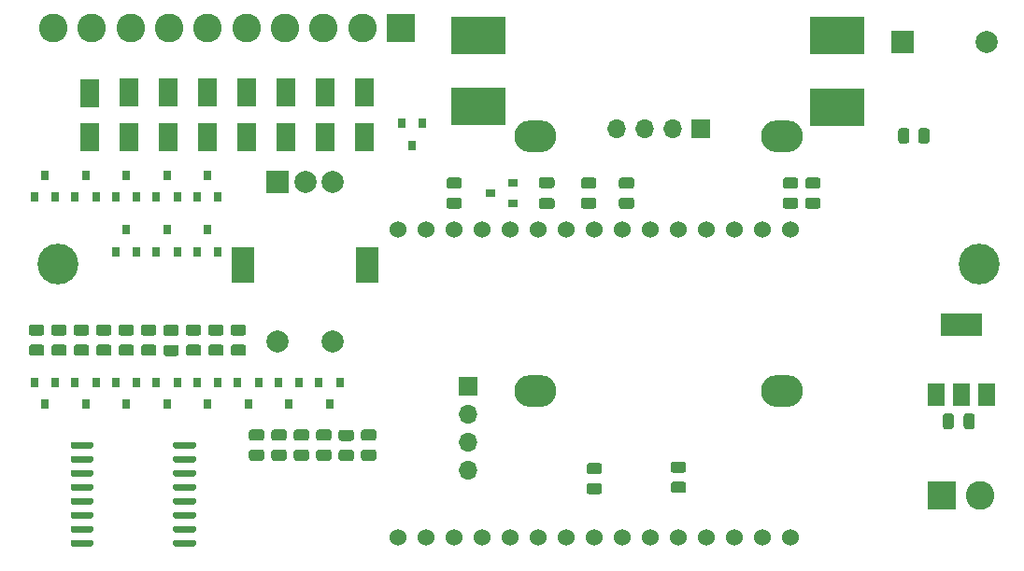
<source format=gts>
G04 #@! TF.GenerationSoftware,KiCad,Pcbnew,5.1.12-84ad8e8a86~92~ubuntu20.04.1*
G04 #@! TF.CreationDate,2022-02-11T20:38:02+01:00*
G04 #@! TF.ProjectId,ESPHome-Thermostat-pcb,45535048-6f6d-4652-9d54-6865726d6f73,2.0*
G04 #@! TF.SameCoordinates,Original*
G04 #@! TF.FileFunction,Soldermask,Top*
G04 #@! TF.FilePolarity,Negative*
%FSLAX46Y46*%
G04 Gerber Fmt 4.6, Leading zero omitted, Abs format (unit mm)*
G04 Created by KiCad (PCBNEW 5.1.12-84ad8e8a86~92~ubuntu20.04.1) date 2022-02-11 20:38:02*
%MOMM*%
%LPD*%
G01*
G04 APERTURE LIST*
%ADD10C,3.700000*%
%ADD11O,1.700000X1.700000*%
%ADD12R,1.700000X1.700000*%
%ADD13R,0.800000X0.900000*%
%ADD14C,2.600000*%
%ADD15R,2.600000X2.600000*%
%ADD16R,1.500000X2.000000*%
%ADD17R,3.800000X2.000000*%
%ADD18R,0.900000X0.800000*%
%ADD19R,1.800000X2.500000*%
%ADD20C,2.000000*%
%ADD21R,2.000000X2.000000*%
%ADD22R,5.000000X3.500000*%
%ADD23O,3.800000X2.900000*%
%ADD24C,1.524000*%
%ADD25R,2.000000X3.200000*%
G04 APERTURE END LIST*
D10*
X136750000Y-76500000D03*
X53250000Y-76500000D03*
D11*
X90424000Y-95250000D03*
X90424000Y-92710000D03*
X90424000Y-90170000D03*
D12*
X90424000Y-87630000D03*
G36*
G01*
X102304002Y-95612000D02*
X101403998Y-95612000D01*
G75*
G02*
X101154000Y-95362002I0J249998D01*
G01*
X101154000Y-94836998D01*
G75*
G02*
X101403998Y-94587000I249998J0D01*
G01*
X102304002Y-94587000D01*
G75*
G02*
X102554000Y-94836998I0J-249998D01*
G01*
X102554000Y-95362002D01*
G75*
G02*
X102304002Y-95612000I-249998J0D01*
G01*
G37*
G36*
G01*
X102304002Y-97437000D02*
X101403998Y-97437000D01*
G75*
G02*
X101154000Y-97187002I0J249998D01*
G01*
X101154000Y-96661998D01*
G75*
G02*
X101403998Y-96412000I249998J0D01*
G01*
X102304002Y-96412000D01*
G75*
G02*
X102554000Y-96661998I0J-249998D01*
G01*
X102554000Y-97187002D01*
G75*
G02*
X102304002Y-97437000I-249998J0D01*
G01*
G37*
G36*
G01*
X109023998Y-96285000D02*
X109924002Y-96285000D01*
G75*
G02*
X110174000Y-96534998I0J-249998D01*
G01*
X110174000Y-97060002D01*
G75*
G02*
X109924002Y-97310000I-249998J0D01*
G01*
X109023998Y-97310000D01*
G75*
G02*
X108774000Y-97060002I0J249998D01*
G01*
X108774000Y-96534998D01*
G75*
G02*
X109023998Y-96285000I249998J0D01*
G01*
G37*
G36*
G01*
X109023998Y-94460000D02*
X109924002Y-94460000D01*
G75*
G02*
X110174000Y-94709998I0J-249998D01*
G01*
X110174000Y-95235002D01*
G75*
G02*
X109924002Y-95485000I-249998J0D01*
G01*
X109023998Y-95485000D01*
G75*
G02*
X108774000Y-95235002I0J249998D01*
G01*
X108774000Y-94709998D01*
G75*
G02*
X109023998Y-94460000I249998J0D01*
G01*
G37*
G36*
G01*
X89604002Y-69704000D02*
X88703998Y-69704000D01*
G75*
G02*
X88454000Y-69454002I0J249998D01*
G01*
X88454000Y-68928998D01*
G75*
G02*
X88703998Y-68679000I249998J0D01*
G01*
X89604002Y-68679000D01*
G75*
G02*
X89854000Y-68928998I0J-249998D01*
G01*
X89854000Y-69454002D01*
G75*
G02*
X89604002Y-69704000I-249998J0D01*
G01*
G37*
G36*
G01*
X89604002Y-71529000D02*
X88703998Y-71529000D01*
G75*
G02*
X88454000Y-71279002I0J249998D01*
G01*
X88454000Y-70753998D01*
G75*
G02*
X88703998Y-70504000I249998J0D01*
G01*
X89604002Y-70504000D01*
G75*
G02*
X89854000Y-70753998I0J-249998D01*
G01*
X89854000Y-71279002D01*
G75*
G02*
X89604002Y-71529000I-249998J0D01*
G01*
G37*
D13*
X85344000Y-65770000D03*
X84394000Y-63770000D03*
X86294000Y-63770000D03*
G36*
G01*
X121215998Y-70504000D02*
X122116002Y-70504000D01*
G75*
G02*
X122366000Y-70753998I0J-249998D01*
G01*
X122366000Y-71279002D01*
G75*
G02*
X122116002Y-71529000I-249998J0D01*
G01*
X121215998Y-71529000D01*
G75*
G02*
X120966000Y-71279002I0J249998D01*
G01*
X120966000Y-70753998D01*
G75*
G02*
X121215998Y-70504000I249998J0D01*
G01*
G37*
G36*
G01*
X121215998Y-68679000D02*
X122116002Y-68679000D01*
G75*
G02*
X122366000Y-68928998I0J-249998D01*
G01*
X122366000Y-69454002D01*
G75*
G02*
X122116002Y-69704000I-249998J0D01*
G01*
X121215998Y-69704000D01*
G75*
G02*
X120966000Y-69454002I0J249998D01*
G01*
X120966000Y-68928998D01*
G75*
G02*
X121215998Y-68679000I249998J0D01*
G01*
G37*
G36*
G01*
X120084002Y-69704000D02*
X119183998Y-69704000D01*
G75*
G02*
X118934000Y-69454002I0J249998D01*
G01*
X118934000Y-68928998D01*
G75*
G02*
X119183998Y-68679000I249998J0D01*
G01*
X120084002Y-68679000D01*
G75*
G02*
X120334000Y-68928998I0J-249998D01*
G01*
X120334000Y-69454002D01*
G75*
G02*
X120084002Y-69704000I-249998J0D01*
G01*
G37*
G36*
G01*
X120084002Y-71529000D02*
X119183998Y-71529000D01*
G75*
G02*
X118934000Y-71279002I0J249998D01*
G01*
X118934000Y-70753998D01*
G75*
G02*
X119183998Y-70504000I249998J0D01*
G01*
X120084002Y-70504000D01*
G75*
G02*
X120334000Y-70753998I0J-249998D01*
G01*
X120334000Y-71279002D01*
G75*
G02*
X120084002Y-71529000I-249998J0D01*
G01*
G37*
G36*
G01*
X101796002Y-69704000D02*
X100895998Y-69704000D01*
G75*
G02*
X100646000Y-69454002I0J249998D01*
G01*
X100646000Y-68928998D01*
G75*
G02*
X100895998Y-68679000I249998J0D01*
G01*
X101796002Y-68679000D01*
G75*
G02*
X102046000Y-68928998I0J-249998D01*
G01*
X102046000Y-69454002D01*
G75*
G02*
X101796002Y-69704000I-249998J0D01*
G01*
G37*
G36*
G01*
X101796002Y-71529000D02*
X100895998Y-71529000D01*
G75*
G02*
X100646000Y-71279002I0J249998D01*
G01*
X100646000Y-70753998D01*
G75*
G02*
X100895998Y-70504000I249998J0D01*
G01*
X101796002Y-70504000D01*
G75*
G02*
X102046000Y-70753998I0J-249998D01*
G01*
X102046000Y-71279002D01*
G75*
G02*
X101796002Y-71529000I-249998J0D01*
G01*
G37*
G36*
G01*
X105225002Y-69704000D02*
X104324998Y-69704000D01*
G75*
G02*
X104075000Y-69454002I0J249998D01*
G01*
X104075000Y-68928998D01*
G75*
G02*
X104324998Y-68679000I249998J0D01*
G01*
X105225002Y-68679000D01*
G75*
G02*
X105475000Y-68928998I0J-249998D01*
G01*
X105475000Y-69454002D01*
G75*
G02*
X105225002Y-69704000I-249998J0D01*
G01*
G37*
G36*
G01*
X105225002Y-71529000D02*
X104324998Y-71529000D01*
G75*
G02*
X104075000Y-71279002I0J249998D01*
G01*
X104075000Y-70753998D01*
G75*
G02*
X104324998Y-70504000I249998J0D01*
G01*
X105225002Y-70504000D01*
G75*
G02*
X105475000Y-70753998I0J-249998D01*
G01*
X105475000Y-71279002D01*
G75*
G02*
X105225002Y-71529000I-249998J0D01*
G01*
G37*
G36*
G01*
X65982002Y-83039000D02*
X65081998Y-83039000D01*
G75*
G02*
X64832000Y-82789002I0J249998D01*
G01*
X64832000Y-82263998D01*
G75*
G02*
X65081998Y-82014000I249998J0D01*
G01*
X65982002Y-82014000D01*
G75*
G02*
X66232000Y-82263998I0J-249998D01*
G01*
X66232000Y-82789002D01*
G75*
G02*
X65982002Y-83039000I-249998J0D01*
G01*
G37*
G36*
G01*
X65982002Y-84864000D02*
X65081998Y-84864000D01*
G75*
G02*
X64832000Y-84614002I0J249998D01*
G01*
X64832000Y-84088998D01*
G75*
G02*
X65081998Y-83839000I249998J0D01*
G01*
X65982002Y-83839000D01*
G75*
G02*
X66232000Y-84088998I0J-249998D01*
G01*
X66232000Y-84614002D01*
G75*
G02*
X65982002Y-84864000I-249998J0D01*
G01*
G37*
G36*
G01*
X63049998Y-83862500D02*
X63950002Y-83862500D01*
G75*
G02*
X64200000Y-84112498I0J-249998D01*
G01*
X64200000Y-84637502D01*
G75*
G02*
X63950002Y-84887500I-249998J0D01*
G01*
X63049998Y-84887500D01*
G75*
G02*
X62800000Y-84637502I0J249998D01*
G01*
X62800000Y-84112498D01*
G75*
G02*
X63049998Y-83862500I249998J0D01*
G01*
G37*
G36*
G01*
X63049998Y-82037500D02*
X63950002Y-82037500D01*
G75*
G02*
X64200000Y-82287498I0J-249998D01*
G01*
X64200000Y-82812502D01*
G75*
G02*
X63950002Y-83062500I-249998J0D01*
G01*
X63049998Y-83062500D01*
G75*
G02*
X62800000Y-82812502I0J249998D01*
G01*
X62800000Y-82287498D01*
G75*
G02*
X63049998Y-82037500I249998J0D01*
G01*
G37*
G36*
G01*
X70046002Y-83039000D02*
X69145998Y-83039000D01*
G75*
G02*
X68896000Y-82789002I0J249998D01*
G01*
X68896000Y-82263998D01*
G75*
G02*
X69145998Y-82014000I249998J0D01*
G01*
X70046002Y-82014000D01*
G75*
G02*
X70296000Y-82263998I0J-249998D01*
G01*
X70296000Y-82789002D01*
G75*
G02*
X70046002Y-83039000I-249998J0D01*
G01*
G37*
G36*
G01*
X70046002Y-84864000D02*
X69145998Y-84864000D01*
G75*
G02*
X68896000Y-84614002I0J249998D01*
G01*
X68896000Y-84088998D01*
G75*
G02*
X69145998Y-83839000I249998J0D01*
G01*
X70046002Y-83839000D01*
G75*
G02*
X70296000Y-84088998I0J-249998D01*
G01*
X70296000Y-84614002D01*
G75*
G02*
X70046002Y-84864000I-249998J0D01*
G01*
G37*
G36*
G01*
X67113998Y-83839000D02*
X68014002Y-83839000D01*
G75*
G02*
X68264000Y-84088998I0J-249998D01*
G01*
X68264000Y-84614002D01*
G75*
G02*
X68014002Y-84864000I-249998J0D01*
G01*
X67113998Y-84864000D01*
G75*
G02*
X66864000Y-84614002I0J249998D01*
G01*
X66864000Y-84088998D01*
G75*
G02*
X67113998Y-83839000I249998J0D01*
G01*
G37*
G36*
G01*
X67113998Y-82014000D02*
X68014002Y-82014000D01*
G75*
G02*
X68264000Y-82263998I0J-249998D01*
G01*
X68264000Y-82789002D01*
G75*
G02*
X68014002Y-83039000I-249998J0D01*
G01*
X67113998Y-83039000D01*
G75*
G02*
X66864000Y-82789002I0J249998D01*
G01*
X66864000Y-82263998D01*
G75*
G02*
X67113998Y-82014000I249998J0D01*
G01*
G37*
G36*
G01*
X72828998Y-93364000D02*
X73729002Y-93364000D01*
G75*
G02*
X73979000Y-93613998I0J-249998D01*
G01*
X73979000Y-94139002D01*
G75*
G02*
X73729002Y-94389000I-249998J0D01*
G01*
X72828998Y-94389000D01*
G75*
G02*
X72579000Y-94139002I0J249998D01*
G01*
X72579000Y-93613998D01*
G75*
G02*
X72828998Y-93364000I249998J0D01*
G01*
G37*
G36*
G01*
X72828998Y-91539000D02*
X73729002Y-91539000D01*
G75*
G02*
X73979000Y-91788998I0J-249998D01*
G01*
X73979000Y-92314002D01*
G75*
G02*
X73729002Y-92564000I-249998J0D01*
G01*
X72828998Y-92564000D01*
G75*
G02*
X72579000Y-92314002I0J249998D01*
G01*
X72579000Y-91788998D01*
G75*
G02*
X72828998Y-91539000I249998J0D01*
G01*
G37*
G36*
G01*
X71697002Y-92564000D02*
X70796998Y-92564000D01*
G75*
G02*
X70547000Y-92314002I0J249998D01*
G01*
X70547000Y-91788998D01*
G75*
G02*
X70796998Y-91539000I249998J0D01*
G01*
X71697002Y-91539000D01*
G75*
G02*
X71947000Y-91788998I0J-249998D01*
G01*
X71947000Y-92314002D01*
G75*
G02*
X71697002Y-92564000I-249998J0D01*
G01*
G37*
G36*
G01*
X71697002Y-94389000D02*
X70796998Y-94389000D01*
G75*
G02*
X70547000Y-94139002I0J249998D01*
G01*
X70547000Y-93613998D01*
G75*
G02*
X70796998Y-93364000I249998J0D01*
G01*
X71697002Y-93364000D01*
G75*
G02*
X71947000Y-93613998I0J-249998D01*
G01*
X71947000Y-94139002D01*
G75*
G02*
X71697002Y-94389000I-249998J0D01*
G01*
G37*
G36*
G01*
X53790002Y-83039000D02*
X52889998Y-83039000D01*
G75*
G02*
X52640000Y-82789002I0J249998D01*
G01*
X52640000Y-82263998D01*
G75*
G02*
X52889998Y-82014000I249998J0D01*
G01*
X53790002Y-82014000D01*
G75*
G02*
X54040000Y-82263998I0J-249998D01*
G01*
X54040000Y-82789002D01*
G75*
G02*
X53790002Y-83039000I-249998J0D01*
G01*
G37*
G36*
G01*
X53790002Y-84864000D02*
X52889998Y-84864000D01*
G75*
G02*
X52640000Y-84614002I0J249998D01*
G01*
X52640000Y-84088998D01*
G75*
G02*
X52889998Y-83839000I249998J0D01*
G01*
X53790002Y-83839000D01*
G75*
G02*
X54040000Y-84088998I0J-249998D01*
G01*
X54040000Y-84614002D01*
G75*
G02*
X53790002Y-84864000I-249998J0D01*
G01*
G37*
G36*
G01*
X50857998Y-83839000D02*
X51758002Y-83839000D01*
G75*
G02*
X52008000Y-84088998I0J-249998D01*
G01*
X52008000Y-84614002D01*
G75*
G02*
X51758002Y-84864000I-249998J0D01*
G01*
X50857998Y-84864000D01*
G75*
G02*
X50608000Y-84614002I0J249998D01*
G01*
X50608000Y-84088998D01*
G75*
G02*
X50857998Y-83839000I249998J0D01*
G01*
G37*
G36*
G01*
X50857998Y-82014000D02*
X51758002Y-82014000D01*
G75*
G02*
X52008000Y-82263998I0J-249998D01*
G01*
X52008000Y-82789002D01*
G75*
G02*
X51758002Y-83039000I-249998J0D01*
G01*
X50857998Y-83039000D01*
G75*
G02*
X50608000Y-82789002I0J249998D01*
G01*
X50608000Y-82263998D01*
G75*
G02*
X50857998Y-82014000I249998J0D01*
G01*
G37*
G36*
G01*
X57854002Y-83039000D02*
X56953998Y-83039000D01*
G75*
G02*
X56704000Y-82789002I0J249998D01*
G01*
X56704000Y-82263998D01*
G75*
G02*
X56953998Y-82014000I249998J0D01*
G01*
X57854002Y-82014000D01*
G75*
G02*
X58104000Y-82263998I0J-249998D01*
G01*
X58104000Y-82789002D01*
G75*
G02*
X57854002Y-83039000I-249998J0D01*
G01*
G37*
G36*
G01*
X57854002Y-84864000D02*
X56953998Y-84864000D01*
G75*
G02*
X56704000Y-84614002I0J249998D01*
G01*
X56704000Y-84088998D01*
G75*
G02*
X56953998Y-83839000I249998J0D01*
G01*
X57854002Y-83839000D01*
G75*
G02*
X58104000Y-84088998I0J-249998D01*
G01*
X58104000Y-84614002D01*
G75*
G02*
X57854002Y-84864000I-249998J0D01*
G01*
G37*
G36*
G01*
X54921998Y-83839000D02*
X55822002Y-83839000D01*
G75*
G02*
X56072000Y-84088998I0J-249998D01*
G01*
X56072000Y-84614002D01*
G75*
G02*
X55822002Y-84864000I-249998J0D01*
G01*
X54921998Y-84864000D01*
G75*
G02*
X54672000Y-84614002I0J249998D01*
G01*
X54672000Y-84088998D01*
G75*
G02*
X54921998Y-83839000I249998J0D01*
G01*
G37*
G36*
G01*
X54921998Y-82014000D02*
X55822002Y-82014000D01*
G75*
G02*
X56072000Y-82263998I0J-249998D01*
G01*
X56072000Y-82789002D01*
G75*
G02*
X55822002Y-83039000I-249998J0D01*
G01*
X54921998Y-83039000D01*
G75*
G02*
X54672000Y-82789002I0J249998D01*
G01*
X54672000Y-82263998D01*
G75*
G02*
X54921998Y-82014000I249998J0D01*
G01*
G37*
G36*
G01*
X76892998Y-93364000D02*
X77793002Y-93364000D01*
G75*
G02*
X78043000Y-93613998I0J-249998D01*
G01*
X78043000Y-94139002D01*
G75*
G02*
X77793002Y-94389000I-249998J0D01*
G01*
X76892998Y-94389000D01*
G75*
G02*
X76643000Y-94139002I0J249998D01*
G01*
X76643000Y-93613998D01*
G75*
G02*
X76892998Y-93364000I249998J0D01*
G01*
G37*
G36*
G01*
X76892998Y-91539000D02*
X77793002Y-91539000D01*
G75*
G02*
X78043000Y-91788998I0J-249998D01*
G01*
X78043000Y-92314002D01*
G75*
G02*
X77793002Y-92564000I-249998J0D01*
G01*
X76892998Y-92564000D01*
G75*
G02*
X76643000Y-92314002I0J249998D01*
G01*
X76643000Y-91788998D01*
G75*
G02*
X76892998Y-91539000I249998J0D01*
G01*
G37*
G36*
G01*
X75761002Y-92564000D02*
X74860998Y-92564000D01*
G75*
G02*
X74611000Y-92314002I0J249998D01*
G01*
X74611000Y-91788998D01*
G75*
G02*
X74860998Y-91539000I249998J0D01*
G01*
X75761002Y-91539000D01*
G75*
G02*
X76011000Y-91788998I0J-249998D01*
G01*
X76011000Y-92314002D01*
G75*
G02*
X75761002Y-92564000I-249998J0D01*
G01*
G37*
G36*
G01*
X75761002Y-94389000D02*
X74860998Y-94389000D01*
G75*
G02*
X74611000Y-94139002I0J249998D01*
G01*
X74611000Y-93613998D01*
G75*
G02*
X74860998Y-93364000I249998J0D01*
G01*
X75761002Y-93364000D01*
G75*
G02*
X76011000Y-93613998I0J-249998D01*
G01*
X76011000Y-94139002D01*
G75*
G02*
X75761002Y-94389000I-249998J0D01*
G01*
G37*
G36*
G01*
X61918002Y-83039000D02*
X61017998Y-83039000D01*
G75*
G02*
X60768000Y-82789002I0J249998D01*
G01*
X60768000Y-82263998D01*
G75*
G02*
X61017998Y-82014000I249998J0D01*
G01*
X61918002Y-82014000D01*
G75*
G02*
X62168000Y-82263998I0J-249998D01*
G01*
X62168000Y-82789002D01*
G75*
G02*
X61918002Y-83039000I-249998J0D01*
G01*
G37*
G36*
G01*
X61918002Y-84864000D02*
X61017998Y-84864000D01*
G75*
G02*
X60768000Y-84614002I0J249998D01*
G01*
X60768000Y-84088998D01*
G75*
G02*
X61017998Y-83839000I249998J0D01*
G01*
X61918002Y-83839000D01*
G75*
G02*
X62168000Y-84088998I0J-249998D01*
G01*
X62168000Y-84614002D01*
G75*
G02*
X61918002Y-84864000I-249998J0D01*
G01*
G37*
G36*
G01*
X58985998Y-83839000D02*
X59886002Y-83839000D01*
G75*
G02*
X60136000Y-84088998I0J-249998D01*
G01*
X60136000Y-84614002D01*
G75*
G02*
X59886002Y-84864000I-249998J0D01*
G01*
X58985998Y-84864000D01*
G75*
G02*
X58736000Y-84614002I0J249998D01*
G01*
X58736000Y-84088998D01*
G75*
G02*
X58985998Y-83839000I249998J0D01*
G01*
G37*
G36*
G01*
X58985998Y-82014000D02*
X59886002Y-82014000D01*
G75*
G02*
X60136000Y-82263998I0J-249998D01*
G01*
X60136000Y-82789002D01*
G75*
G02*
X59886002Y-83039000I-249998J0D01*
G01*
X58985998Y-83039000D01*
G75*
G02*
X58736000Y-82789002I0J249998D01*
G01*
X58736000Y-82263998D01*
G75*
G02*
X58985998Y-82014000I249998J0D01*
G01*
G37*
G36*
G01*
X80956998Y-93364000D02*
X81857002Y-93364000D01*
G75*
G02*
X82107000Y-93613998I0J-249998D01*
G01*
X82107000Y-94139002D01*
G75*
G02*
X81857002Y-94389000I-249998J0D01*
G01*
X80956998Y-94389000D01*
G75*
G02*
X80707000Y-94139002I0J249998D01*
G01*
X80707000Y-93613998D01*
G75*
G02*
X80956998Y-93364000I249998J0D01*
G01*
G37*
G36*
G01*
X80956998Y-91539000D02*
X81857002Y-91539000D01*
G75*
G02*
X82107000Y-91788998I0J-249998D01*
G01*
X82107000Y-92314002D01*
G75*
G02*
X81857002Y-92564000I-249998J0D01*
G01*
X80956998Y-92564000D01*
G75*
G02*
X80707000Y-92314002I0J249998D01*
G01*
X80707000Y-91788998D01*
G75*
G02*
X80956998Y-91539000I249998J0D01*
G01*
G37*
G36*
G01*
X79825002Y-92587500D02*
X78924998Y-92587500D01*
G75*
G02*
X78675000Y-92337502I0J249998D01*
G01*
X78675000Y-91812498D01*
G75*
G02*
X78924998Y-91562500I249998J0D01*
G01*
X79825002Y-91562500D01*
G75*
G02*
X80075000Y-91812498I0J-249998D01*
G01*
X80075000Y-92337502D01*
G75*
G02*
X79825002Y-92587500I-249998J0D01*
G01*
G37*
G36*
G01*
X79825002Y-94412500D02*
X78924998Y-94412500D01*
G75*
G02*
X78675000Y-94162502I0J249998D01*
G01*
X78675000Y-93637498D01*
G75*
G02*
X78924998Y-93387500I249998J0D01*
G01*
X79825002Y-93387500D01*
G75*
G02*
X80075000Y-93637498I0J-249998D01*
G01*
X80075000Y-94162502D01*
G75*
G02*
X79825002Y-94412500I-249998J0D01*
G01*
G37*
G36*
G01*
X131210000Y-65347002D02*
X131210000Y-64446998D01*
G75*
G02*
X131459998Y-64197000I249998J0D01*
G01*
X131985002Y-64197000D01*
G75*
G02*
X132235000Y-64446998I0J-249998D01*
G01*
X132235000Y-65347002D01*
G75*
G02*
X131985002Y-65597000I-249998J0D01*
G01*
X131459998Y-65597000D01*
G75*
G02*
X131210000Y-65347002I0J249998D01*
G01*
G37*
G36*
G01*
X129385000Y-65347002D02*
X129385000Y-64446998D01*
G75*
G02*
X129634998Y-64197000I249998J0D01*
G01*
X130160002Y-64197000D01*
G75*
G02*
X130410000Y-64446998I0J-249998D01*
G01*
X130410000Y-65347002D01*
G75*
G02*
X130160002Y-65597000I-249998J0D01*
G01*
X129634998Y-65597000D01*
G75*
G02*
X129385000Y-65347002I0J249998D01*
G01*
G37*
D14*
X136850000Y-97536000D03*
D15*
X133350000Y-97536000D03*
G36*
G01*
X134424000Y-90330000D02*
X134424000Y-91280000D01*
G75*
G02*
X134174000Y-91530000I-250000J0D01*
G01*
X133674000Y-91530000D01*
G75*
G02*
X133424000Y-91280000I0J250000D01*
G01*
X133424000Y-90330000D01*
G75*
G02*
X133674000Y-90080000I250000J0D01*
G01*
X134174000Y-90080000D01*
G75*
G02*
X134424000Y-90330000I0J-250000D01*
G01*
G37*
G36*
G01*
X136324000Y-90330000D02*
X136324000Y-91280000D01*
G75*
G02*
X136074000Y-91530000I-250000J0D01*
G01*
X135574000Y-91530000D01*
G75*
G02*
X135324000Y-91280000I0J250000D01*
G01*
X135324000Y-90330000D01*
G75*
G02*
X135574000Y-90080000I250000J0D01*
G01*
X136074000Y-90080000D01*
G75*
G02*
X136324000Y-90330000I0J-250000D01*
G01*
G37*
G36*
G01*
X97061000Y-70554000D02*
X98011000Y-70554000D01*
G75*
G02*
X98261000Y-70804000I0J-250000D01*
G01*
X98261000Y-71304000D01*
G75*
G02*
X98011000Y-71554000I-250000J0D01*
G01*
X97061000Y-71554000D01*
G75*
G02*
X96811000Y-71304000I0J250000D01*
G01*
X96811000Y-70804000D01*
G75*
G02*
X97061000Y-70554000I250000J0D01*
G01*
G37*
G36*
G01*
X97061000Y-68654000D02*
X98011000Y-68654000D01*
G75*
G02*
X98261000Y-68904000I0J-250000D01*
G01*
X98261000Y-69404000D01*
G75*
G02*
X98011000Y-69654000I-250000J0D01*
G01*
X97061000Y-69654000D01*
G75*
G02*
X96811000Y-69404000I0J250000D01*
G01*
X96811000Y-68904000D01*
G75*
G02*
X97061000Y-68654000I250000J0D01*
G01*
G37*
D16*
X132828000Y-88367000D03*
X137428000Y-88367000D03*
X135128000Y-88367000D03*
D17*
X135128000Y-82067000D03*
D18*
X92472000Y-70104000D03*
X94472000Y-69154000D03*
X94472000Y-71054000D03*
D13*
X63119000Y-68469000D03*
X64069000Y-70469000D03*
X62169000Y-70469000D03*
X63119000Y-89265000D03*
X62169000Y-87265000D03*
X64069000Y-87265000D03*
X66802000Y-68469000D03*
X67752000Y-70469000D03*
X65852000Y-70469000D03*
X66802000Y-89265000D03*
X65852000Y-87265000D03*
X67752000Y-87265000D03*
X59436000Y-73422000D03*
X60386000Y-75422000D03*
X58486000Y-75422000D03*
X70485000Y-89265000D03*
X69535000Y-87265000D03*
X71435000Y-87265000D03*
X52070000Y-68469000D03*
X53020000Y-70469000D03*
X51120000Y-70469000D03*
X52070000Y-89265000D03*
X51120000Y-87265000D03*
X53020000Y-87265000D03*
X55753000Y-68469000D03*
X56703000Y-70469000D03*
X54803000Y-70469000D03*
X63119000Y-73422000D03*
X64069000Y-75422000D03*
X62169000Y-75422000D03*
X55753000Y-89265000D03*
X54803000Y-87265000D03*
X56703000Y-87265000D03*
X74168000Y-89265000D03*
X73218000Y-87265000D03*
X75118000Y-87265000D03*
X59436000Y-68469000D03*
X60386000Y-70469000D03*
X58486000Y-70469000D03*
X59436000Y-89265000D03*
X58486000Y-87265000D03*
X60386000Y-87265000D03*
D19*
X66802000Y-64992000D03*
X66802000Y-60992000D03*
X70358000Y-64992000D03*
X70358000Y-60992000D03*
X73914000Y-64992000D03*
X73914000Y-60992000D03*
X56134000Y-65024000D03*
X56134000Y-61024000D03*
X59690000Y-64992000D03*
X59690000Y-60992000D03*
X77470000Y-64992000D03*
X77470000Y-60992000D03*
X63246000Y-64992000D03*
X63246000Y-60992000D03*
X81026000Y-64992000D03*
X81026000Y-60992000D03*
D13*
X77851000Y-89265000D03*
X76901000Y-87265000D03*
X78801000Y-87265000D03*
X66802000Y-73422000D03*
X67752000Y-75422000D03*
X65852000Y-75422000D03*
D20*
X137394000Y-56388000D03*
D21*
X129794000Y-56388000D03*
G36*
G01*
X56446000Y-101704000D02*
X56446000Y-102004000D01*
G75*
G02*
X56296000Y-102154000I-150000J0D01*
G01*
X54546000Y-102154000D01*
G75*
G02*
X54396000Y-102004000I0J150000D01*
G01*
X54396000Y-101704000D01*
G75*
G02*
X54546000Y-101554000I150000J0D01*
G01*
X56296000Y-101554000D01*
G75*
G02*
X56446000Y-101704000I0J-150000D01*
G01*
G37*
G36*
G01*
X56446000Y-100434000D02*
X56446000Y-100734000D01*
G75*
G02*
X56296000Y-100884000I-150000J0D01*
G01*
X54546000Y-100884000D01*
G75*
G02*
X54396000Y-100734000I0J150000D01*
G01*
X54396000Y-100434000D01*
G75*
G02*
X54546000Y-100284000I150000J0D01*
G01*
X56296000Y-100284000D01*
G75*
G02*
X56446000Y-100434000I0J-150000D01*
G01*
G37*
G36*
G01*
X56446000Y-99164000D02*
X56446000Y-99464000D01*
G75*
G02*
X56296000Y-99614000I-150000J0D01*
G01*
X54546000Y-99614000D01*
G75*
G02*
X54396000Y-99464000I0J150000D01*
G01*
X54396000Y-99164000D01*
G75*
G02*
X54546000Y-99014000I150000J0D01*
G01*
X56296000Y-99014000D01*
G75*
G02*
X56446000Y-99164000I0J-150000D01*
G01*
G37*
G36*
G01*
X56446000Y-97894000D02*
X56446000Y-98194000D01*
G75*
G02*
X56296000Y-98344000I-150000J0D01*
G01*
X54546000Y-98344000D01*
G75*
G02*
X54396000Y-98194000I0J150000D01*
G01*
X54396000Y-97894000D01*
G75*
G02*
X54546000Y-97744000I150000J0D01*
G01*
X56296000Y-97744000D01*
G75*
G02*
X56446000Y-97894000I0J-150000D01*
G01*
G37*
G36*
G01*
X56446000Y-96624000D02*
X56446000Y-96924000D01*
G75*
G02*
X56296000Y-97074000I-150000J0D01*
G01*
X54546000Y-97074000D01*
G75*
G02*
X54396000Y-96924000I0J150000D01*
G01*
X54396000Y-96624000D01*
G75*
G02*
X54546000Y-96474000I150000J0D01*
G01*
X56296000Y-96474000D01*
G75*
G02*
X56446000Y-96624000I0J-150000D01*
G01*
G37*
G36*
G01*
X56446000Y-95354000D02*
X56446000Y-95654000D01*
G75*
G02*
X56296000Y-95804000I-150000J0D01*
G01*
X54546000Y-95804000D01*
G75*
G02*
X54396000Y-95654000I0J150000D01*
G01*
X54396000Y-95354000D01*
G75*
G02*
X54546000Y-95204000I150000J0D01*
G01*
X56296000Y-95204000D01*
G75*
G02*
X56446000Y-95354000I0J-150000D01*
G01*
G37*
G36*
G01*
X56446000Y-94084000D02*
X56446000Y-94384000D01*
G75*
G02*
X56296000Y-94534000I-150000J0D01*
G01*
X54546000Y-94534000D01*
G75*
G02*
X54396000Y-94384000I0J150000D01*
G01*
X54396000Y-94084000D01*
G75*
G02*
X54546000Y-93934000I150000J0D01*
G01*
X56296000Y-93934000D01*
G75*
G02*
X56446000Y-94084000I0J-150000D01*
G01*
G37*
G36*
G01*
X56446000Y-92814000D02*
X56446000Y-93114000D01*
G75*
G02*
X56296000Y-93264000I-150000J0D01*
G01*
X54546000Y-93264000D01*
G75*
G02*
X54396000Y-93114000I0J150000D01*
G01*
X54396000Y-92814000D01*
G75*
G02*
X54546000Y-92664000I150000J0D01*
G01*
X56296000Y-92664000D01*
G75*
G02*
X56446000Y-92814000I0J-150000D01*
G01*
G37*
G36*
G01*
X65746000Y-92814000D02*
X65746000Y-93114000D01*
G75*
G02*
X65596000Y-93264000I-150000J0D01*
G01*
X63846000Y-93264000D01*
G75*
G02*
X63696000Y-93114000I0J150000D01*
G01*
X63696000Y-92814000D01*
G75*
G02*
X63846000Y-92664000I150000J0D01*
G01*
X65596000Y-92664000D01*
G75*
G02*
X65746000Y-92814000I0J-150000D01*
G01*
G37*
G36*
G01*
X65746000Y-94084000D02*
X65746000Y-94384000D01*
G75*
G02*
X65596000Y-94534000I-150000J0D01*
G01*
X63846000Y-94534000D01*
G75*
G02*
X63696000Y-94384000I0J150000D01*
G01*
X63696000Y-94084000D01*
G75*
G02*
X63846000Y-93934000I150000J0D01*
G01*
X65596000Y-93934000D01*
G75*
G02*
X65746000Y-94084000I0J-150000D01*
G01*
G37*
G36*
G01*
X65746000Y-95354000D02*
X65746000Y-95654000D01*
G75*
G02*
X65596000Y-95804000I-150000J0D01*
G01*
X63846000Y-95804000D01*
G75*
G02*
X63696000Y-95654000I0J150000D01*
G01*
X63696000Y-95354000D01*
G75*
G02*
X63846000Y-95204000I150000J0D01*
G01*
X65596000Y-95204000D01*
G75*
G02*
X65746000Y-95354000I0J-150000D01*
G01*
G37*
G36*
G01*
X65746000Y-96624000D02*
X65746000Y-96924000D01*
G75*
G02*
X65596000Y-97074000I-150000J0D01*
G01*
X63846000Y-97074000D01*
G75*
G02*
X63696000Y-96924000I0J150000D01*
G01*
X63696000Y-96624000D01*
G75*
G02*
X63846000Y-96474000I150000J0D01*
G01*
X65596000Y-96474000D01*
G75*
G02*
X65746000Y-96624000I0J-150000D01*
G01*
G37*
G36*
G01*
X65746000Y-97894000D02*
X65746000Y-98194000D01*
G75*
G02*
X65596000Y-98344000I-150000J0D01*
G01*
X63846000Y-98344000D01*
G75*
G02*
X63696000Y-98194000I0J150000D01*
G01*
X63696000Y-97894000D01*
G75*
G02*
X63846000Y-97744000I150000J0D01*
G01*
X65596000Y-97744000D01*
G75*
G02*
X65746000Y-97894000I0J-150000D01*
G01*
G37*
G36*
G01*
X65746000Y-99164000D02*
X65746000Y-99464000D01*
G75*
G02*
X65596000Y-99614000I-150000J0D01*
G01*
X63846000Y-99614000D01*
G75*
G02*
X63696000Y-99464000I0J150000D01*
G01*
X63696000Y-99164000D01*
G75*
G02*
X63846000Y-99014000I150000J0D01*
G01*
X65596000Y-99014000D01*
G75*
G02*
X65746000Y-99164000I0J-150000D01*
G01*
G37*
G36*
G01*
X65746000Y-100434000D02*
X65746000Y-100734000D01*
G75*
G02*
X65596000Y-100884000I-150000J0D01*
G01*
X63846000Y-100884000D01*
G75*
G02*
X63696000Y-100734000I0J150000D01*
G01*
X63696000Y-100434000D01*
G75*
G02*
X63846000Y-100284000I150000J0D01*
G01*
X65596000Y-100284000D01*
G75*
G02*
X65746000Y-100434000I0J-150000D01*
G01*
G37*
G36*
G01*
X65746000Y-101704000D02*
X65746000Y-102004000D01*
G75*
G02*
X65596000Y-102154000I-150000J0D01*
G01*
X63846000Y-102154000D01*
G75*
G02*
X63696000Y-102004000I0J150000D01*
G01*
X63696000Y-101704000D01*
G75*
G02*
X63846000Y-101554000I150000J0D01*
G01*
X65596000Y-101554000D01*
G75*
G02*
X65746000Y-101704000I0J-150000D01*
G01*
G37*
D14*
X52828000Y-55118000D03*
X56328000Y-55118000D03*
X59828000Y-55118000D03*
X63328000Y-55118000D03*
X66828000Y-55118000D03*
X70328000Y-55118000D03*
X73828000Y-55118000D03*
X77328000Y-55118000D03*
X80828000Y-55118000D03*
D15*
X84328000Y-55118000D03*
D22*
X123821100Y-62279600D03*
X123821100Y-55779600D03*
X91321100Y-55779600D03*
X91321100Y-62229600D03*
D11*
X103886000Y-64262000D03*
X106426000Y-64262000D03*
D12*
X111506000Y-64262000D03*
D11*
X108966000Y-64262000D03*
D23*
X118872000Y-88011000D03*
X96520000Y-88011000D03*
X96520000Y-64897000D03*
X118872000Y-64897000D03*
D24*
X119634000Y-101346000D03*
X117094000Y-101346000D03*
X114554000Y-101346000D03*
X112014000Y-101346000D03*
X109474000Y-101346000D03*
X106934000Y-101346000D03*
X104394000Y-101346000D03*
X101854000Y-101346000D03*
X99314000Y-101346000D03*
X96774000Y-101346000D03*
X94234000Y-101346000D03*
X91694000Y-101346000D03*
X89154000Y-101346000D03*
X86614000Y-101346000D03*
X84074000Y-101346000D03*
X84074000Y-73406000D03*
X86614000Y-73406000D03*
X89154000Y-73406000D03*
X91694000Y-73406000D03*
X94234000Y-73406000D03*
X96774000Y-73406000D03*
X99314000Y-73406000D03*
X101854000Y-73406000D03*
X104394000Y-73406000D03*
X106934000Y-73406000D03*
X109474000Y-73406000D03*
X112014000Y-73406000D03*
X114554000Y-73406000D03*
X117094000Y-73406000D03*
X119634000Y-73406000D03*
D21*
X73152000Y-69088000D03*
D20*
X75652000Y-69088000D03*
X78152000Y-69088000D03*
D25*
X70052000Y-76588000D03*
X81252000Y-76588000D03*
D20*
X73152000Y-83588000D03*
X78152000Y-83588000D03*
M02*

</source>
